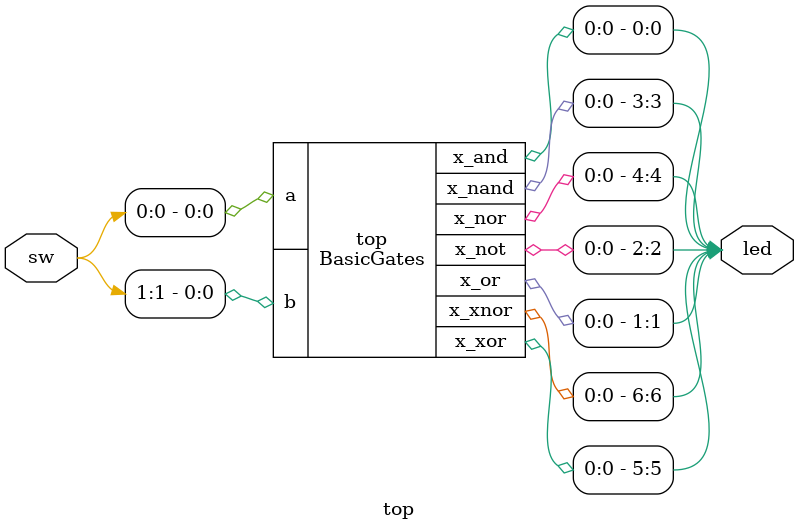
<source format=v>
`timescale 1ns / 1ps
module BasicGates(
  input a, b,
  output x_and, x_or, x_not, x_nand, x_nor, x_xor, x_xnor
);

  assign x_and  = a & b;   // AND Gate
  assign x_or   = a | b;   // OR Gate
  assign x_not  = ~a;      // NOT Gate (only for 'a')
  assign x_nand = ~(a & b); // NAND Gate
  assign x_nor  = ~(a | b); // NOR Gate
  assign x_xor  = a ^ b;   // XOR Gate
  assign x_xnor = ~(a ^ b); // XNOR Gate

endmodule


module top(sw,led);
input [1:0]sw;
output [6:0]led;
BasicGates top(.a(sw[0]),
                .b(sw[1]),
                .x_and(led[0]), 
                .x_or(led[1]),
                .x_not(led[2]),
                .x_nand(led[3]),
                .x_nor(led[4]),
                .x_xor(led[5]),
                .x_xnor(led[6]));

endmodule
</source>
